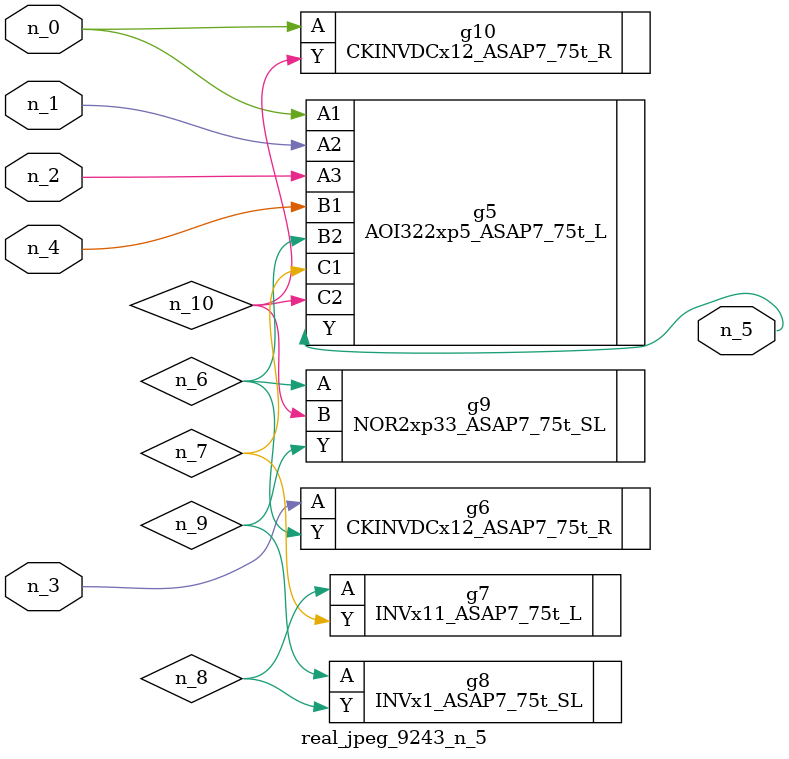
<source format=v>
module real_jpeg_9243_n_5 (n_4, n_0, n_1, n_2, n_3, n_5);

input n_4;
input n_0;
input n_1;
input n_2;
input n_3;

output n_5;

wire n_8;
wire n_6;
wire n_7;
wire n_10;
wire n_9;

AOI322xp5_ASAP7_75t_L g5 ( 
.A1(n_0),
.A2(n_1),
.A3(n_2),
.B1(n_4),
.B2(n_6),
.C1(n_7),
.C2(n_10),
.Y(n_5)
);

CKINVDCx12_ASAP7_75t_R g10 ( 
.A(n_0),
.Y(n_10)
);

CKINVDCx12_ASAP7_75t_R g6 ( 
.A(n_3),
.Y(n_6)
);

NOR2xp33_ASAP7_75t_SL g9 ( 
.A(n_6),
.B(n_10),
.Y(n_9)
);

INVx11_ASAP7_75t_L g7 ( 
.A(n_8),
.Y(n_7)
);

INVx1_ASAP7_75t_SL g8 ( 
.A(n_9),
.Y(n_8)
);


endmodule
</source>
